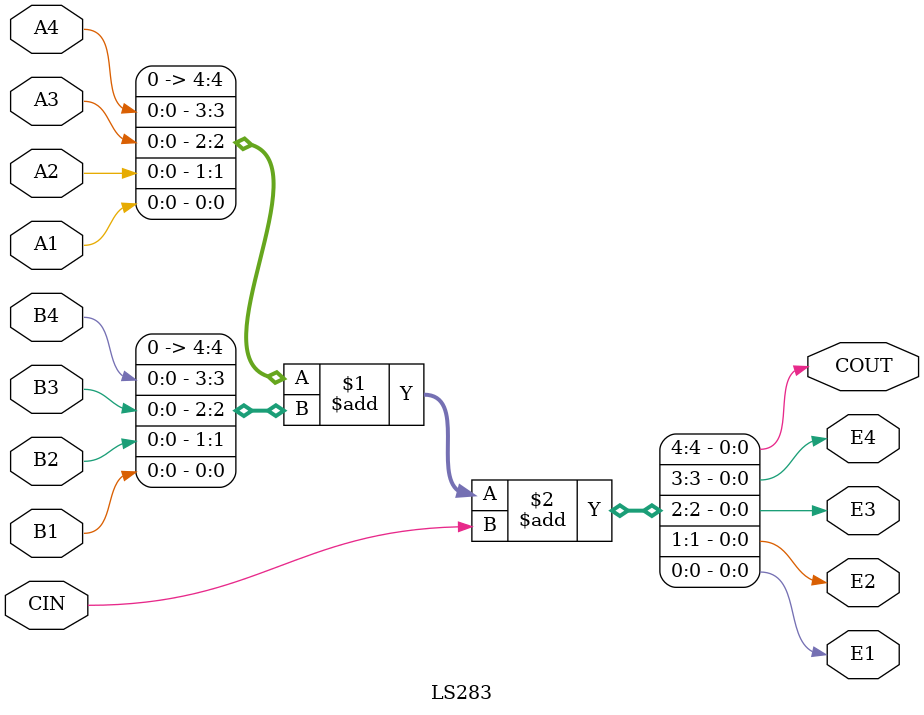
<source format=v>

module LS273(input CP, MRB, input [7:0] D, output reg [7:0] Q);
   always @(negedge MRB, posedge CP) Q <= MRB ? D : 0;
endmodule


module LS161(input CLRB,CLK,A,B,C,D,ENP,LOADB,ENT,
             output reg [0:0] QD,QC,QB,QA, output CO);

   always @(posedge CLK, negedge CLRB)
      if (!CLRB)
        {QD,QC,QB,QA} <= 5'b0;
      else if (!LOADB)
        {QD,QC,QB,QA} <= {D,C,B,A};
      else if (ENP & ENT)
        {QD,QC,QB,QA} <= {QD,QC,QB,QA} + 1'b1;

   assign CO = &{QD,QC,QB,QA,ENT};

endmodule


module LS245(input ENB,DIR, inout [7:0] A,B);

   assign A = ~ENB & ~DIR ? B : 8'bz;
   assign B = ~ENB &  DIR ? A : 8'bz;

endmodule


module LS283 (E2,B2,A2,E1,A1,B1,CIN,COUT,E4,B4,A4,E3,A3,B3);

   input A1,A2,A3,A4, B1,B2,B3,B4,CIN;
   output E1,E2,E3,E4,COUT;

   assign {COUT,E4,E3,E2,E1} = {A4,A3,A2,A1} + {B4,B3,B2,B1} + CIN;

endmodule

</source>
